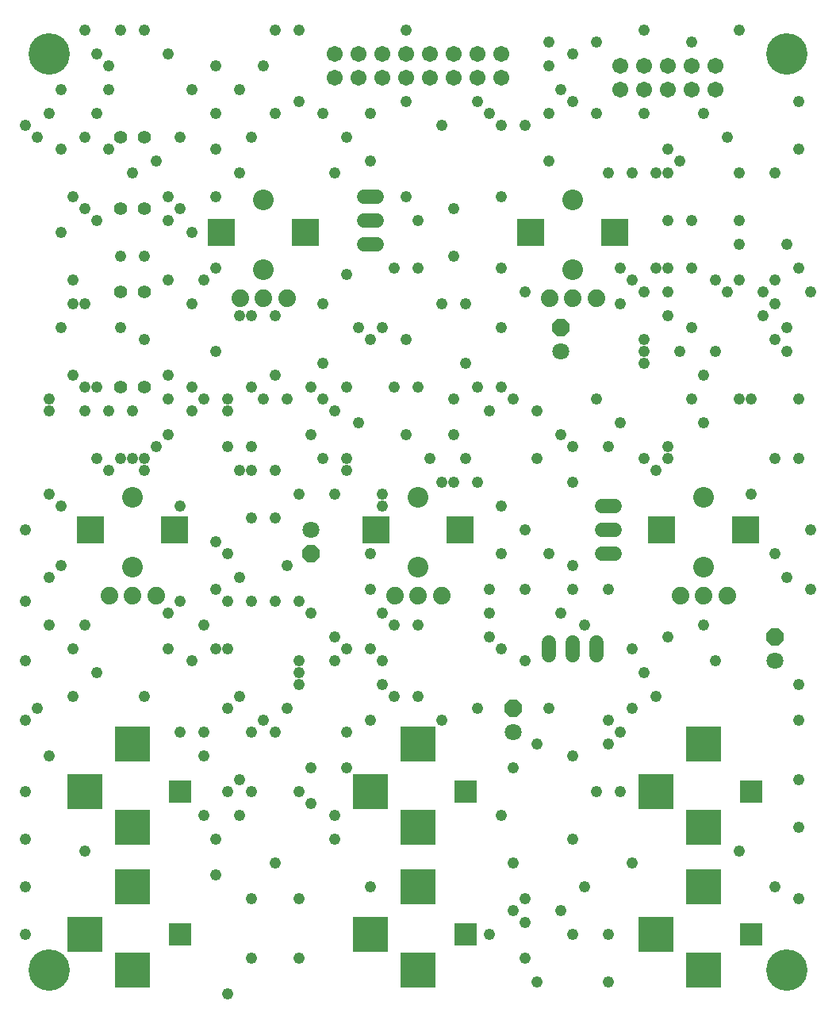
<source format=gbs>
G75*
%MOIN*%
%OFA0B0*%
%FSLAX25Y25*%
%IPPOS*%
%LPD*%
%AMOC8*
5,1,8,0,0,1.08239X$1,22.5*
%
%ADD10C,0.07400*%
%ADD11R,0.11824X0.11824*%
%ADD12C,0.08674*%
%ADD13C,0.06000*%
%ADD14R,0.09800X0.09800*%
%ADD15R,0.14800X0.14800*%
%ADD16C,0.06737*%
%ADD17OC8,0.07100*%
%ADD18C,0.07100*%
%ADD19C,0.04762*%
%ADD20C,0.05550*%
%ADD21C,0.17398*%
D10*
X0071957Y0194241D03*
X0081800Y0194241D03*
X0091643Y0194241D03*
X0191957Y0194241D03*
X0201800Y0194241D03*
X0211643Y0194241D03*
X0311957Y0194241D03*
X0321800Y0194241D03*
X0331643Y0194241D03*
X0276643Y0319241D03*
X0266800Y0319241D03*
X0256957Y0319241D03*
X0146643Y0319241D03*
X0136800Y0319241D03*
X0126957Y0319241D03*
D11*
X0119083Y0346800D03*
X0154517Y0346800D03*
X0249083Y0346800D03*
X0284517Y0346800D03*
X0304083Y0221800D03*
X0339517Y0221800D03*
X0219517Y0221800D03*
X0184083Y0221800D03*
X0099517Y0221800D03*
X0064083Y0221800D03*
D12*
X0081800Y0235580D03*
X0081800Y0206052D03*
X0136800Y0331052D03*
X0136800Y0360580D03*
X0201800Y0235580D03*
X0201800Y0206052D03*
X0266800Y0331052D03*
X0266800Y0360580D03*
X0321800Y0235580D03*
X0321800Y0206052D03*
D13*
X0284400Y0211800D02*
X0279200Y0211800D01*
X0279200Y0221800D02*
X0284400Y0221800D01*
X0284400Y0231800D02*
X0279200Y0231800D01*
X0276800Y0174400D02*
X0276800Y0169200D01*
X0266800Y0169200D02*
X0266800Y0174400D01*
X0256800Y0174400D02*
X0256800Y0169200D01*
X0184400Y0341800D02*
X0179200Y0341800D01*
X0179200Y0351800D02*
X0184400Y0351800D01*
X0184400Y0361800D02*
X0179200Y0361800D01*
D14*
X0221800Y0111800D03*
X0221800Y0051800D03*
X0101800Y0051800D03*
X0101800Y0111800D03*
X0341800Y0111800D03*
X0341800Y0051800D03*
D15*
X0321800Y0036800D03*
X0301800Y0051800D03*
X0321800Y0071800D03*
X0321800Y0096800D03*
X0301800Y0111800D03*
X0321800Y0131800D03*
X0201800Y0131800D03*
X0181800Y0111800D03*
X0201800Y0096800D03*
X0201800Y0071800D03*
X0181800Y0051800D03*
X0201800Y0036800D03*
X0081800Y0036800D03*
X0061800Y0051800D03*
X0081800Y0071800D03*
X0081800Y0096800D03*
X0061800Y0111800D03*
X0081800Y0131800D03*
D16*
X0286800Y0406800D03*
X0286800Y0416800D03*
X0296800Y0416800D03*
X0296800Y0406800D03*
X0306800Y0406800D03*
X0306800Y0416800D03*
X0316800Y0416800D03*
X0316800Y0406800D03*
X0326800Y0406800D03*
X0326800Y0416800D03*
X0236800Y0411800D03*
X0236800Y0421800D03*
X0226800Y0421800D03*
X0226800Y0411800D03*
X0216800Y0411800D03*
X0216800Y0421800D03*
X0206800Y0421800D03*
X0206800Y0411800D03*
X0196800Y0411800D03*
X0196800Y0421800D03*
X0186800Y0421800D03*
X0186800Y0411800D03*
X0176800Y0411800D03*
X0176800Y0421800D03*
X0166800Y0421800D03*
X0166800Y0411800D03*
D17*
X0261800Y0306800D03*
X0156800Y0211800D03*
X0241800Y0146800D03*
X0351800Y0176800D03*
D18*
X0351800Y0166800D03*
X0241800Y0136800D03*
X0156800Y0221800D03*
X0261800Y0296800D03*
D19*
X0036800Y0051800D03*
X0036800Y0071800D03*
X0036800Y0091800D03*
X0036800Y0111800D03*
X0046800Y0126800D03*
X0036800Y0141800D03*
X0041800Y0146800D03*
X0056800Y0151800D03*
X0066800Y0161800D03*
X0056800Y0171800D03*
X0061800Y0181800D03*
X0046800Y0181800D03*
X0036800Y0191800D03*
X0046800Y0201800D03*
X0051800Y0206800D03*
X0036800Y0221800D03*
X0046800Y0236800D03*
X0051800Y0231800D03*
X0066800Y0251800D03*
X0071800Y0246800D03*
X0076800Y0251800D03*
X0081800Y0251800D03*
X0086800Y0251800D03*
X0086800Y0246800D03*
X0091800Y0256800D03*
X0096800Y0261800D03*
X0106800Y0271800D03*
X0111800Y0276800D03*
X0106800Y0281800D03*
X0096800Y0276800D03*
X0096800Y0286800D03*
X0086800Y0301800D03*
X0076800Y0306800D03*
X0061800Y0316800D03*
X0056800Y0316800D03*
X0051800Y0306800D03*
X0056800Y0286800D03*
X0061800Y0281800D03*
X0066800Y0281800D03*
X0061800Y0271800D03*
X0071800Y0271800D03*
X0081800Y0271800D03*
X0101800Y0231800D03*
X0116800Y0216800D03*
X0121800Y0211800D03*
X0126800Y0201800D03*
X0121800Y0191800D03*
X0116800Y0196800D03*
X0111800Y0181800D03*
X0116800Y0171800D03*
X0121800Y0171800D03*
X0106800Y0166800D03*
X0096800Y0171800D03*
X0096800Y0186800D03*
X0101800Y0191800D03*
X0131800Y0191800D03*
X0141800Y0191800D03*
X0151800Y0191800D03*
X0156800Y0186800D03*
X0166800Y0176800D03*
X0171800Y0171800D03*
X0166800Y0166800D03*
X0151800Y0166800D03*
X0151800Y0161800D03*
X0151800Y0156800D03*
X0146800Y0146800D03*
X0141800Y0136800D03*
X0136800Y0141800D03*
X0131800Y0136800D03*
X0121800Y0146800D03*
X0126800Y0151800D03*
X0111800Y0136800D03*
X0111800Y0126800D03*
X0101800Y0136800D03*
X0086800Y0151800D03*
X0121800Y0111800D03*
X0126800Y0116800D03*
X0131800Y0111800D03*
X0126800Y0101800D03*
X0116800Y0091800D03*
X0111800Y0101800D03*
X0116800Y0076800D03*
X0131800Y0066800D03*
X0141800Y0081800D03*
X0151800Y0066800D03*
X0151800Y0041800D03*
X0131800Y0041800D03*
X0121800Y0026800D03*
X0166800Y0091800D03*
X0166800Y0101800D03*
X0156800Y0106800D03*
X0151800Y0111800D03*
X0156800Y0121800D03*
X0171800Y0121800D03*
X0171800Y0136800D03*
X0181800Y0141800D03*
X0191800Y0151800D03*
X0186800Y0156800D03*
X0186800Y0166800D03*
X0181800Y0171800D03*
X0191800Y0181800D03*
X0186800Y0186800D03*
X0181800Y0196800D03*
X0181800Y0211800D03*
X0186800Y0231800D03*
X0186800Y0236800D03*
X0171800Y0246800D03*
X0171800Y0251800D03*
X0161800Y0251800D03*
X0156800Y0261800D03*
X0166800Y0271800D03*
X0161800Y0276800D03*
X0156800Y0281800D03*
X0161800Y0291800D03*
X0171800Y0281800D03*
X0176800Y0266800D03*
X0191800Y0281800D03*
X0201800Y0281800D03*
X0216800Y0276800D03*
X0226800Y0281800D03*
X0236800Y0281800D03*
X0241800Y0276800D03*
X0251800Y0271800D03*
X0261800Y0261800D03*
X0266800Y0256800D03*
X0266800Y0241800D03*
X0251800Y0251800D03*
X0236800Y0231800D03*
X0226800Y0241800D03*
X0221800Y0251800D03*
X0216800Y0241800D03*
X0211800Y0241800D03*
X0206800Y0251800D03*
X0196800Y0261800D03*
X0216800Y0261800D03*
X0231800Y0271800D03*
X0221800Y0291800D03*
X0236800Y0306800D03*
X0246800Y0321800D03*
X0236800Y0331800D03*
X0221800Y0316800D03*
X0211800Y0316800D03*
X0201800Y0331800D03*
X0191800Y0331800D03*
X0201800Y0351800D03*
X0196800Y0361800D03*
X0181800Y0376800D03*
X0171800Y0386800D03*
X0161800Y0396800D03*
X0151800Y0401800D03*
X0141800Y0396800D03*
X0131800Y0386800D03*
X0126800Y0371800D03*
X0116800Y0381800D03*
X0116800Y0396800D03*
X0106800Y0406800D03*
X0116800Y0416800D03*
X0126800Y0406800D03*
X0136800Y0416800D03*
X0141800Y0431800D03*
X0151800Y0431800D03*
X0181800Y0396800D03*
X0196800Y0401800D03*
X0211800Y0391800D03*
X0226800Y0401800D03*
X0231800Y0396800D03*
X0236800Y0391800D03*
X0246800Y0391800D03*
X0256800Y0396800D03*
X0261800Y0406800D03*
X0266800Y0401800D03*
X0276800Y0396800D03*
X0296800Y0396800D03*
X0306800Y0381800D03*
X0311800Y0376800D03*
X0306800Y0371800D03*
X0301800Y0371800D03*
X0291800Y0371800D03*
X0281800Y0371800D03*
X0306800Y0351800D03*
X0316800Y0351800D03*
X0316800Y0331800D03*
X0306800Y0331800D03*
X0301800Y0331800D03*
X0291800Y0326800D03*
X0296800Y0321800D03*
X0306800Y0321800D03*
X0306800Y0311800D03*
X0296800Y0301800D03*
X0296800Y0296800D03*
X0296800Y0291800D03*
X0311800Y0296800D03*
X0316800Y0306800D03*
X0326800Y0296800D03*
X0321800Y0286800D03*
X0316800Y0276800D03*
X0321800Y0266800D03*
X0306800Y0256800D03*
X0306800Y0251800D03*
X0301800Y0246800D03*
X0296800Y0251800D03*
X0286800Y0266800D03*
X0281800Y0256800D03*
X0276800Y0276800D03*
X0286800Y0316800D03*
X0286800Y0331800D03*
X0256800Y0376800D03*
X0236800Y0361800D03*
X0216800Y0356800D03*
X0216800Y0336800D03*
X0196800Y0301800D03*
X0186800Y0306800D03*
X0181800Y0301800D03*
X0176800Y0306800D03*
X0161800Y0316800D03*
X0171800Y0329241D03*
X0141800Y0311800D03*
X0131800Y0311800D03*
X0126800Y0311800D03*
X0116800Y0296800D03*
X0121800Y0276800D03*
X0121800Y0271800D03*
X0131800Y0281800D03*
X0136800Y0276800D03*
X0141800Y0286800D03*
X0146800Y0276800D03*
X0131800Y0256800D03*
X0131800Y0246800D03*
X0126800Y0246800D03*
X0121800Y0256800D03*
X0141800Y0246800D03*
X0151800Y0236800D03*
X0141800Y0226800D03*
X0131800Y0226800D03*
X0146800Y0206800D03*
X0166800Y0236800D03*
X0201800Y0181800D03*
X0201800Y0151800D03*
X0211800Y0141800D03*
X0226800Y0146800D03*
X0236800Y0171800D03*
X0231800Y0176800D03*
X0231800Y0186800D03*
X0231800Y0196800D03*
X0236800Y0211800D03*
X0246800Y0221800D03*
X0256800Y0211800D03*
X0266800Y0206800D03*
X0266800Y0196800D03*
X0261800Y0186800D03*
X0271800Y0181800D03*
X0281800Y0196800D03*
X0291800Y0171800D03*
X0296800Y0161800D03*
X0301800Y0151800D03*
X0291800Y0146800D03*
X0286800Y0136800D03*
X0281800Y0131800D03*
X0281800Y0141800D03*
X0266800Y0126800D03*
X0276800Y0111800D03*
X0286800Y0111800D03*
X0266800Y0091800D03*
X0271800Y0071800D03*
X0261800Y0061800D03*
X0266800Y0051800D03*
X0281800Y0051800D03*
X0281800Y0031800D03*
X0251800Y0031800D03*
X0246800Y0041800D03*
X0246800Y0056800D03*
X0241800Y0061800D03*
X0246800Y0066800D03*
X0241800Y0081800D03*
X0236800Y0101800D03*
X0241800Y0121800D03*
X0251800Y0131800D03*
X0256800Y0146800D03*
X0246800Y0166800D03*
X0246800Y0196800D03*
X0306800Y0176800D03*
X0321800Y0181800D03*
X0326800Y0166800D03*
X0356800Y0201800D03*
X0351800Y0211800D03*
X0366800Y0221800D03*
X0366800Y0196800D03*
X0361800Y0156800D03*
X0361800Y0141800D03*
X0361800Y0116800D03*
X0361800Y0096800D03*
X0351800Y0071800D03*
X0361800Y0066800D03*
X0336800Y0086800D03*
X0291800Y0081800D03*
X0231800Y0051800D03*
X0181800Y0071800D03*
X0061800Y0086800D03*
X0036800Y0166800D03*
X0046800Y0271800D03*
X0046800Y0276800D03*
X0056800Y0326800D03*
X0051800Y0346800D03*
X0061800Y0356800D03*
X0066800Y0351800D03*
X0056800Y0361800D03*
X0051800Y0381800D03*
X0041800Y0386800D03*
X0036800Y0391800D03*
X0046800Y0396800D03*
X0051800Y0406800D03*
X0066800Y0396800D03*
X0061800Y0386800D03*
X0071800Y0381800D03*
X0081800Y0371800D03*
X0091800Y0376800D03*
X0101800Y0386800D03*
X0096800Y0361800D03*
X0101800Y0356800D03*
X0096800Y0351800D03*
X0106800Y0346800D03*
X0116800Y0331800D03*
X0111800Y0326800D03*
X0106800Y0316800D03*
X0096800Y0326800D03*
X0086800Y0336800D03*
X0076800Y0336800D03*
X0116800Y0361800D03*
X0071800Y0406800D03*
X0071800Y0416800D03*
X0066800Y0421800D03*
X0061800Y0431800D03*
X0076800Y0431800D03*
X0086800Y0431800D03*
X0096800Y0421800D03*
X0166800Y0371800D03*
X0196800Y0431800D03*
X0256800Y0426800D03*
X0256800Y0416800D03*
X0266800Y0421800D03*
X0276800Y0426800D03*
X0296800Y0431800D03*
X0316800Y0426800D03*
X0336800Y0431800D03*
X0361800Y0401800D03*
X0361800Y0381800D03*
X0351800Y0371800D03*
X0336800Y0371800D03*
X0331800Y0386800D03*
X0321800Y0396800D03*
X0336800Y0351800D03*
X0336800Y0341800D03*
X0336800Y0326800D03*
X0331800Y0321800D03*
X0326800Y0326800D03*
X0346800Y0321800D03*
X0351800Y0316800D03*
X0346800Y0311800D03*
X0351800Y0301800D03*
X0356800Y0296800D03*
X0356800Y0306800D03*
X0366800Y0321800D03*
X0361800Y0331800D03*
X0356800Y0341800D03*
X0351800Y0326800D03*
X0341800Y0276800D03*
X0336800Y0276800D03*
X0351800Y0251800D03*
X0361800Y0251800D03*
X0341800Y0236800D03*
X0361800Y0276800D03*
D20*
X0086800Y0281800D03*
X0076800Y0281800D03*
X0076800Y0321800D03*
X0086800Y0321800D03*
X0086800Y0356800D03*
X0076800Y0356800D03*
X0076800Y0386800D03*
X0086800Y0386800D03*
D21*
X0046800Y0421800D03*
X0356800Y0421800D03*
X0356800Y0036800D03*
X0046800Y0036800D03*
M02*

</source>
